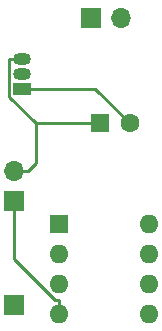
<source format=gbr>
%TF.GenerationSoftware,KiCad,Pcbnew,(5.1.7)-1*%
%TF.CreationDate,2021-09-28T11:43:39+01:00*%
%TF.ProjectId,vDrive-Sound-Board,76447269-7665-42d5-936f-756e642d426f,rev?*%
%TF.SameCoordinates,Original*%
%TF.FileFunction,Copper,L2,Bot*%
%TF.FilePolarity,Positive*%
%FSLAX46Y46*%
G04 Gerber Fmt 4.6, Leading zero omitted, Abs format (unit mm)*
G04 Created by KiCad (PCBNEW (5.1.7)-1) date 2021-09-28 11:43:39*
%MOMM*%
%LPD*%
G01*
G04 APERTURE LIST*
%TA.AperFunction,ComponentPad*%
%ADD10O,1.600000X1.600000*%
%TD*%
%TA.AperFunction,ComponentPad*%
%ADD11R,1.600000X1.600000*%
%TD*%
%TA.AperFunction,ComponentPad*%
%ADD12R,1.500000X1.050000*%
%TD*%
%TA.AperFunction,ComponentPad*%
%ADD13O,1.500000X1.050000*%
%TD*%
%TA.AperFunction,ComponentPad*%
%ADD14R,1.700000X1.700000*%
%TD*%
%TA.AperFunction,ComponentPad*%
%ADD15O,1.700000X1.700000*%
%TD*%
%TA.AperFunction,ComponentPad*%
%ADD16C,1.600000*%
%TD*%
%TA.AperFunction,Conductor*%
%ADD17C,0.250000*%
%TD*%
G04 APERTURE END LIST*
D10*
%TO.P,U1,8*%
%TO.N,CHIP-POWER*%
X123920000Y-61600000D03*
%TO.P,U1,4*%
%TO.N,GND*%
X116300000Y-69220000D03*
%TO.P,U1,7*%
%TO.N,Net-(U1-Pad7)*%
X123920000Y-64140000D03*
%TO.P,U1,3*%
%TO.N,SPK2*%
X116300000Y-66680000D03*
%TO.P,U1,6*%
%TO.N,SPK1*%
X123920000Y-66680000D03*
%TO.P,U1,2*%
%TO.N,Net-(U1-Pad2)*%
X116300000Y-64140000D03*
%TO.P,U1,5*%
%TO.N,Net-(U1-Pad5)*%
X123920000Y-69220000D03*
D11*
%TO.P,U1,1*%
%TO.N,Net-(U1-Pad1)*%
X116300000Y-61600000D03*
%TD*%
D12*
%TO.P,Q1,1*%
%TO.N,CHIP-POWER*%
X113200000Y-50200000D03*
D13*
%TO.P,Q1,3*%
%TO.N,+5V*%
X113200000Y-47660000D03*
%TO.P,Q1,2*%
%TO.N,LED*%
X113200000Y-48930000D03*
%TD*%
D14*
%TO.P,J3,1*%
%TO.N,LED*%
X112500000Y-68500000D03*
%TD*%
D15*
%TO.P,J2,2*%
%TO.N,SPK1*%
X121540000Y-44200000D03*
D14*
%TO.P,J2,1*%
%TO.N,SPK2*%
X119000000Y-44200000D03*
%TD*%
D15*
%TO.P,J1,2*%
%TO.N,+5V*%
X112500000Y-57160000D03*
D14*
%TO.P,J1,1*%
%TO.N,GND*%
X112500000Y-59700000D03*
%TD*%
D16*
%TO.P,C1,2*%
%TO.N,CHIP-POWER*%
X122300000Y-53100000D03*
D11*
%TO.P,C1,1*%
%TO.N,+5V*%
X119800000Y-53100000D03*
%TD*%
D17*
%TO.N,CHIP-POWER*%
X122300000Y-53100000D02*
X119400000Y-50200000D01*
X119400000Y-50200000D02*
X113200000Y-50200000D01*
%TO.N,+5V*%
X114332400Y-53100000D02*
X112124700Y-50892300D01*
X112124700Y-50892300D02*
X112124700Y-47660000D01*
X119800000Y-53100000D02*
X114332400Y-53100000D01*
X114332400Y-53100000D02*
X114332400Y-56502900D01*
X114332400Y-56502900D02*
X113675300Y-57160000D01*
X113200000Y-47660000D02*
X112124700Y-47660000D01*
X112500000Y-57160000D02*
X113675300Y-57160000D01*
%TO.N,GND*%
X116300000Y-69220000D02*
X116300000Y-68094700D01*
X112500000Y-59700000D02*
X112500000Y-64576000D01*
X112500000Y-64576000D02*
X116018700Y-68094700D01*
X116018700Y-68094700D02*
X116300000Y-68094700D01*
%TD*%
M02*

</source>
